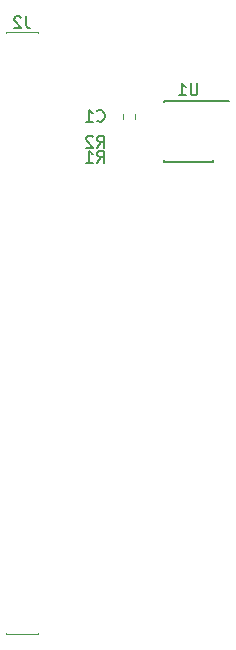
<source format=gbr>
G04 #@! TF.GenerationSoftware,KiCad,Pcbnew,(5.0.0-rc2-dev-107-g49486b83b)*
G04 #@! TF.CreationDate,2018-03-27T00:01:31+08:00*
G04 #@! TF.ProjectId,ebox-i2c-eeprom,65626F782D6932632D656570726F6D2E,rev?*
G04 #@! TF.SameCoordinates,Original*
G04 #@! TF.FileFunction,Legend,Bot*
G04 #@! TF.FilePolarity,Positive*
%FSLAX46Y46*%
G04 Gerber Fmt 4.6, Leading zero omitted, Abs format (unit mm)*
G04 Created by KiCad (PCBNEW (5.0.0-rc2-dev-107-g49486b83b)) date 03/27/18 00:01:31*
%MOMM*%
%LPD*%
G01*
G04 APERTURE LIST*
%ADD10C,0.120000*%
%ADD11C,0.150000*%
G04 APERTURE END LIST*
D10*
X23830000Y-62900000D02*
X23830000Y-62960000D01*
X23830000Y-12040000D02*
X23830000Y-12100000D01*
X23830000Y-62960000D02*
X21170000Y-62960000D01*
X21170000Y-62900000D02*
X21170000Y-62960000D01*
X21170000Y-12040000D02*
X21170000Y-12100000D01*
X23830000Y-12040000D02*
X21170000Y-12040000D01*
X32082200Y-18931600D02*
X32082200Y-19371600D01*
X31062200Y-18931600D02*
X31062200Y-19371600D01*
D11*
X38658600Y-17871200D02*
X40058600Y-17871200D01*
X38658600Y-22971200D02*
X34508600Y-22971200D01*
X38658600Y-17821200D02*
X34508600Y-17821200D01*
X38658600Y-22971200D02*
X38658600Y-22826200D01*
X34508600Y-22971200D02*
X34508600Y-22826200D01*
X34508600Y-17821200D02*
X34508600Y-17966200D01*
X38658600Y-17821200D02*
X38658600Y-17871200D01*
X22833333Y-10687380D02*
X22833333Y-11401666D01*
X22880952Y-11544523D01*
X22976190Y-11639761D01*
X23119047Y-11687380D01*
X23214285Y-11687380D01*
X22404761Y-10782619D02*
X22357142Y-10735000D01*
X22261904Y-10687380D01*
X22023809Y-10687380D01*
X21928571Y-10735000D01*
X21880952Y-10782619D01*
X21833333Y-10877857D01*
X21833333Y-10973095D01*
X21880952Y-11115952D01*
X22452380Y-11687380D01*
X21833333Y-11687380D01*
X28868666Y-23058380D02*
X29202000Y-22582190D01*
X29440095Y-23058380D02*
X29440095Y-22058380D01*
X29059142Y-22058380D01*
X28963904Y-22106000D01*
X28916285Y-22153619D01*
X28868666Y-22248857D01*
X28868666Y-22391714D01*
X28916285Y-22486952D01*
X28963904Y-22534571D01*
X29059142Y-22582190D01*
X29440095Y-22582190D01*
X27916285Y-23058380D02*
X28487714Y-23058380D01*
X28202000Y-23058380D02*
X28202000Y-22058380D01*
X28297238Y-22201238D01*
X28392476Y-22296476D01*
X28487714Y-22344095D01*
X28868666Y-21788380D02*
X29202000Y-21312190D01*
X29440095Y-21788380D02*
X29440095Y-20788380D01*
X29059142Y-20788380D01*
X28963904Y-20836000D01*
X28916285Y-20883619D01*
X28868666Y-20978857D01*
X28868666Y-21121714D01*
X28916285Y-21216952D01*
X28963904Y-21264571D01*
X29059142Y-21312190D01*
X29440095Y-21312190D01*
X28487714Y-20883619D02*
X28440095Y-20836000D01*
X28344857Y-20788380D01*
X28106761Y-20788380D01*
X28011523Y-20836000D01*
X27963904Y-20883619D01*
X27916285Y-20978857D01*
X27916285Y-21074095D01*
X27963904Y-21216952D01*
X28535333Y-21788380D01*
X27916285Y-21788380D01*
X28868666Y-19508742D02*
X28916285Y-19556361D01*
X29059142Y-19603980D01*
X29154380Y-19603980D01*
X29297238Y-19556361D01*
X29392476Y-19461123D01*
X29440095Y-19365885D01*
X29487714Y-19175409D01*
X29487714Y-19032552D01*
X29440095Y-18842076D01*
X29392476Y-18746838D01*
X29297238Y-18651600D01*
X29154380Y-18603980D01*
X29059142Y-18603980D01*
X28916285Y-18651600D01*
X28868666Y-18699219D01*
X27916285Y-19603980D02*
X28487714Y-19603980D01*
X28202000Y-19603980D02*
X28202000Y-18603980D01*
X28297238Y-18746838D01*
X28392476Y-18842076D01*
X28487714Y-18889695D01*
X37345504Y-16348580D02*
X37345504Y-17158104D01*
X37297885Y-17253342D01*
X37250266Y-17300961D01*
X37155028Y-17348580D01*
X36964552Y-17348580D01*
X36869314Y-17300961D01*
X36821695Y-17253342D01*
X36774076Y-17158104D01*
X36774076Y-16348580D01*
X35774076Y-17348580D02*
X36345504Y-17348580D01*
X36059790Y-17348580D02*
X36059790Y-16348580D01*
X36155028Y-16491438D01*
X36250266Y-16586676D01*
X36345504Y-16634295D01*
M02*

</source>
